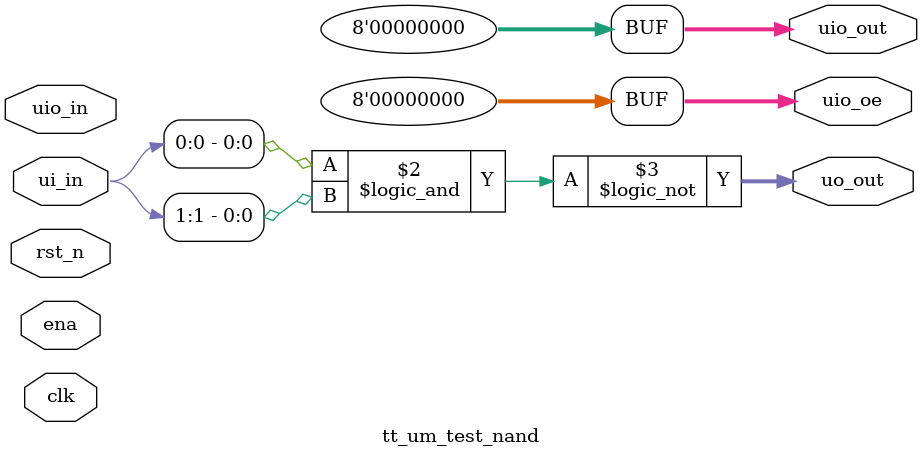
<source format=sv>

module tt_um_test_nand // "tb.dut_inst"
(
    input logic [7:0] ui_in,
    output logic [7:0] uo_out,
    input logic [7:0] uio_in,
    output logic [7:0] uio_out,
    output logic [7:0] uio_oe,
    input logic ena,
    input logic clk,
    input logic rst_n
);

//------------------------------------------------------------------------------
// Method process: process (test_nand.cpp:19:3) 

always_comb 
begin : process     // test_nand.cpp:19:3
    uo_out = !(ui_in[0] && ui_in[1]);
    uio_out = 0;
    uio_oe = 0;
end

endmodule



</source>
